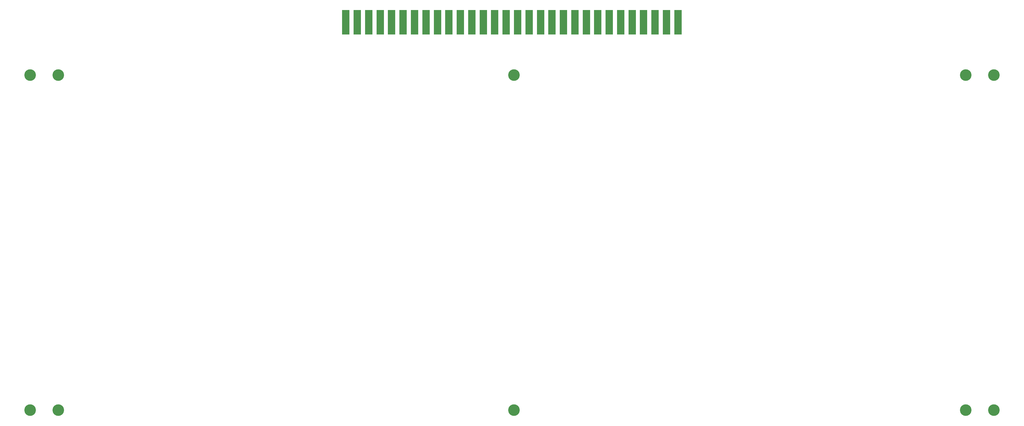
<source format=gbr>
G04 DipTrace 3.1.0.1*
G04 BottomMask.gbr*
%MOMM*%
G04 #@! TF.FileFunction,Soldermask,Bot*
G04 #@! TF.Part,Single*
%ADD14R,2.6X8.5*%
%ADD15C,1.4*%
%ADD16C,4.0*%
%FSLAX35Y35*%
G04*
G71*
G90*
G75*
G01*
G04 BotMask*
%LPD*%
D16*
X2900000Y1375000D3*
Y12975000D3*
X1925000D3*
Y1375000D3*
X18650000D3*
Y12975000D3*
X35250000Y1375000D3*
Y12975000D3*
X34275000D3*
Y1375000D3*
D14*
X23928000Y14800000D3*
X24324000D3*
X22344000D3*
X23532000D3*
X23136000D3*
X20760000D3*
X21156000D3*
X21948000D3*
X18384000D3*
X18780000D3*
X22740000D3*
X21552000D3*
X19176000D3*
X14820000D3*
X17988000D3*
X17592000D3*
X19968000D3*
X14424000D3*
X20364000D3*
X13632000D3*
X15612000D3*
X14028000D3*
X16008000D3*
X19572000D3*
X17196000D3*
X13236000D3*
X16800000D3*
X16404000D3*
X12840000D3*
X15216000D3*
X14820000D3*
X19572000D3*
X16008000D3*
X15216000D3*
X12840000D3*
X16800000D3*
X16404000D3*
X13236000D3*
X17196000D3*
X14028000D3*
X15612000D3*
X13632000D3*
X17988000D3*
X19968000D3*
X20364000D3*
X17592000D3*
X14424000D3*
X19176000D3*
X22740000D3*
X21552000D3*
X18384000D3*
X21948000D3*
X18780000D3*
X20760000D3*
X23136000D3*
X23532000D3*
X21156000D3*
X22344000D3*
X23928000D3*
X24324000D3*
D15*
X12840000Y14525000D3*
X13236000D3*
X13632000D3*
X14028000D3*
X14424000D3*
X14820000D3*
X15216000D3*
X15612000D3*
X16008000D3*
X16404000D3*
X16800000D3*
X17196000D3*
X17592000D3*
X17988000D3*
X18384000D3*
X18780000D3*
X19176000D3*
X19572000D3*
X19968000D3*
X20364000D3*
X20760000D3*
X21156000D3*
X21552000D3*
X21948000D3*
X22344000D3*
X22740000D3*
X23136000D3*
X23532000D3*
X23928000D3*
X24324000D3*
M02*

</source>
